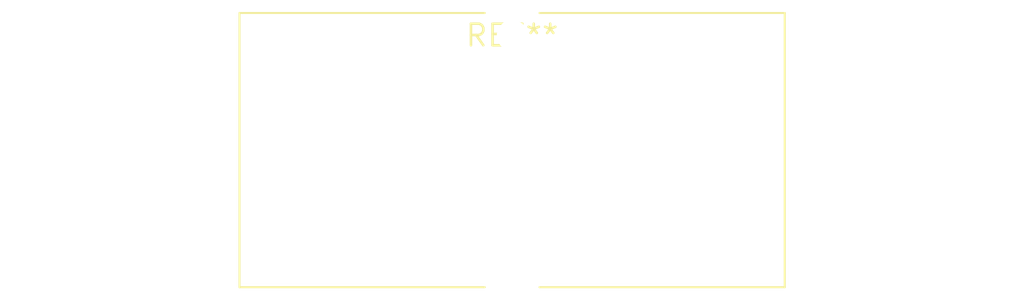
<source format=kicad_pcb>
(kicad_pcb (version 20240108) (generator pcbnew)
  (layers (0 "F.Cu" signal) (31 "B.Cu" signal) (34 "B.Paste" user) (35 "F.Paste" user) (36 "B.SilkS" user "B.Silkscreen") (37 "F.SilkS" user "F.Silkscreen") (38 "B.Mask" user) (39 "F.Mask" user) (44 "Edge.Cuts" user))
  (net 0 "")
  (footprint "L_Toroid_Vertical_L31.8mm_W15.9mm_P13.50mm_Bourns_5700" (layer "F.Cu") (at 0 0)
    (property "Reference" "REF**")
    (property "Value" "L_Toroid_Vertical_L31.8mm_W15.9mm_P13.50mm_Bourns_5700")
    (fp_line (start -16.02 -1.32) (end -16.02 14.82) (layer "F.SilkS") (stroke (width 0.12)))
    (fp_line (start -16.02 -1.32) (end -1.608 -1.32) (layer "F.SilkS") (stroke (width 0.12)))
    (fp_line (start -16.02 14.82) (end -1.608 14.82) (layer "F.SilkS") (stroke (width 0.12)))
    (fp_line (start 1.608 -1.32) (end 16.02 -1.32) (layer "F.SilkS") (stroke (width 0.12)))
    (fp_line (start 1.608 14.82) (end 16.02 14.82) (layer "F.SilkS") (stroke (width 0.12)))
    (fp_line (start 16.02 -1.32) (end 16.02 14.82) (layer "F.SilkS") (stroke (width 0.12)))
    (pad "1" thru_hole circle (at 0 0) (size 3.6 3.6) (drill 1.8) (layers *.Cu *.Mask) (remove_unused_layers))
    (pad "2" thru_hole circle (at 0 13.5) (size 3.6 3.6) (drill 1.8) (layers *.Cu *.Mask) (remove_unused_layers))
  )
)
</source>
